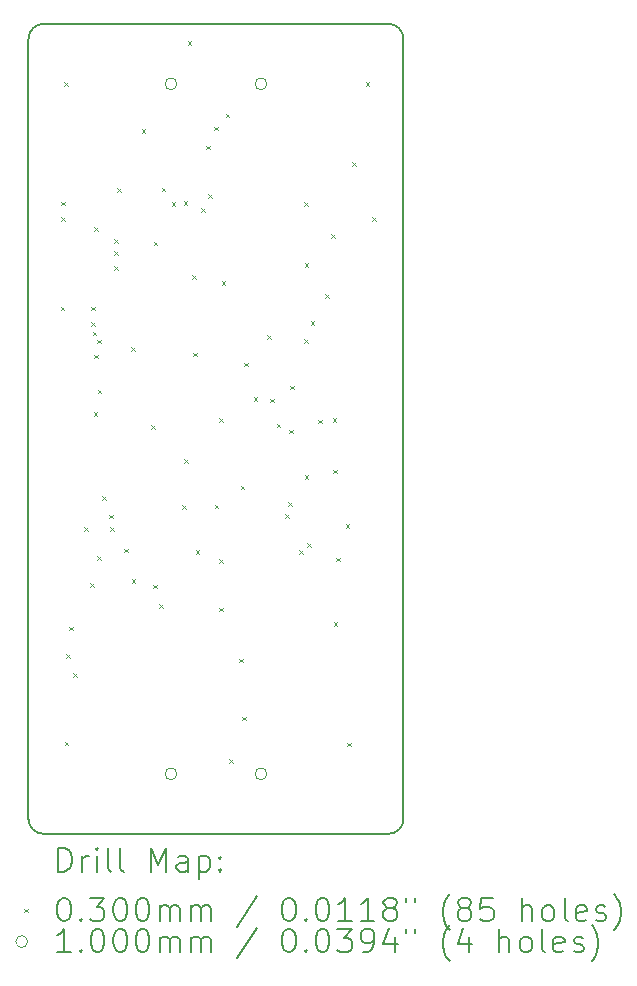
<source format=gbr>
%TF.GenerationSoftware,KiCad,Pcbnew,9.0.6*%
%TF.CreationDate,2025-12-02T20:11:35+09:00*%
%TF.ProjectId,bionic-z180v,62696f6e-6963-42d7-9a31-3830762e6b69,2*%
%TF.SameCoordinates,Original*%
%TF.FileFunction,Drillmap*%
%TF.FilePolarity,Positive*%
%FSLAX45Y45*%
G04 Gerber Fmt 4.5, Leading zero omitted, Abs format (unit mm)*
G04 Created by KiCad (PCBNEW 9.0.6) date 2025-12-02 20:11:35*
%MOMM*%
%LPD*%
G01*
G04 APERTURE LIST*
%ADD10C,0.150000*%
%ADD11C,0.200000*%
%ADD12C,0.100000*%
G04 APERTURE END LIST*
D10*
X9909500Y-13858000D02*
G75*
G02*
X9782500Y-13731000I0J127000D01*
G01*
X12830500Y-7000000D02*
X9909500Y-7000000D01*
X9782500Y-7127000D02*
G75*
G02*
X9909500Y-7000000I127000J0D01*
G01*
X9909500Y-13858000D02*
X12830500Y-13858000D01*
X12830500Y-7000000D02*
G75*
G02*
X12957500Y-7127000I0J-127000D01*
G01*
X12957500Y-13731000D02*
G75*
G02*
X12830500Y-13858000I-127000J0D01*
G01*
X9782500Y-7127000D02*
X9782500Y-13731000D01*
X12957500Y-13731000D02*
X12957500Y-7127000D01*
D11*
D12*
X10057060Y-9395460D02*
X10087060Y-9425460D01*
X10087060Y-9395460D02*
X10057060Y-9425460D01*
X10059600Y-8636000D02*
X10089600Y-8666000D01*
X10089600Y-8636000D02*
X10059600Y-8666000D01*
X10062140Y-8506460D02*
X10092140Y-8536460D01*
X10092140Y-8506460D02*
X10062140Y-8536460D01*
X10087540Y-7493000D02*
X10117540Y-7523000D01*
X10117540Y-7493000D02*
X10087540Y-7523000D01*
X10090080Y-13078460D02*
X10120080Y-13108460D01*
X10120080Y-13078460D02*
X10090080Y-13108460D01*
X10101510Y-12338050D02*
X10131510Y-12368050D01*
X10131510Y-12338050D02*
X10101510Y-12368050D01*
X10127664Y-12106156D02*
X10157664Y-12136156D01*
X10157664Y-12106156D02*
X10127664Y-12136156D01*
X10160447Y-12497553D02*
X10190447Y-12527553D01*
X10190447Y-12497553D02*
X10160447Y-12527553D01*
X10252640Y-11259820D02*
X10282640Y-11289820D01*
X10282640Y-11259820D02*
X10252640Y-11289820D01*
X10305980Y-11734800D02*
X10335980Y-11764800D01*
X10335980Y-11734800D02*
X10305980Y-11764800D01*
X10316140Y-9395460D02*
X10346140Y-9425460D01*
X10346140Y-9395460D02*
X10316140Y-9425460D01*
X10316140Y-9525000D02*
X10346140Y-9555000D01*
X10346140Y-9525000D02*
X10316140Y-9555000D01*
X10325370Y-9605350D02*
X10355370Y-9635350D01*
X10355370Y-9605350D02*
X10325370Y-9635350D01*
X10333920Y-10287000D02*
X10363920Y-10317000D01*
X10363920Y-10287000D02*
X10333920Y-10317000D01*
X10337730Y-9803130D02*
X10367730Y-9833130D01*
X10367730Y-9803130D02*
X10337730Y-9833130D01*
X10340270Y-8723630D02*
X10370270Y-8753630D01*
X10370270Y-8723630D02*
X10340270Y-8753630D01*
X10364538Y-9675106D02*
X10394538Y-9705106D01*
X10394538Y-9675106D02*
X10364538Y-9705106D01*
X10366940Y-11506200D02*
X10396940Y-11536200D01*
X10396940Y-11506200D02*
X10366940Y-11536200D01*
X10369480Y-10096500D02*
X10399480Y-10126500D01*
X10399480Y-10096500D02*
X10369480Y-10126500D01*
X10406000Y-11000740D02*
X10436000Y-11030740D01*
X10436000Y-11000740D02*
X10406000Y-11030740D01*
X10466000Y-11155680D02*
X10496000Y-11185680D01*
X10496000Y-11155680D02*
X10466000Y-11185680D01*
X10473620Y-11259820D02*
X10503620Y-11289820D01*
X10503620Y-11259820D02*
X10473620Y-11289820D01*
X10506640Y-8925560D02*
X10536640Y-8955560D01*
X10536640Y-8925560D02*
X10506640Y-8955560D01*
X10506640Y-9050020D02*
X10536640Y-9080020D01*
X10536640Y-9050020D02*
X10506640Y-9080020D01*
X10509180Y-8823960D02*
X10539180Y-8853960D01*
X10539180Y-8823960D02*
X10509180Y-8853960D01*
X10533000Y-8392160D02*
X10563000Y-8422160D01*
X10563000Y-8392160D02*
X10533000Y-8422160D01*
X10593000Y-11443000D02*
X10623000Y-11473000D01*
X10623000Y-11443000D02*
X10593000Y-11473000D01*
X10653000Y-9735820D02*
X10683000Y-9765820D01*
X10683000Y-9735820D02*
X10653000Y-9765820D01*
X10657017Y-11700200D02*
X10687017Y-11730200D01*
X10687017Y-11700200D02*
X10657017Y-11730200D01*
X10742860Y-7891780D02*
X10772860Y-7921780D01*
X10772860Y-7891780D02*
X10742860Y-7921780D01*
X10824140Y-10398760D02*
X10854140Y-10428760D01*
X10854140Y-10398760D02*
X10824140Y-10428760D01*
X10839897Y-11748016D02*
X10869897Y-11778016D01*
X10869897Y-11748016D02*
X10839897Y-11778016D01*
X10841920Y-8844280D02*
X10871920Y-8874280D01*
X10871920Y-8844280D02*
X10841920Y-8874280D01*
X10887640Y-11912600D02*
X10917640Y-11942600D01*
X10917640Y-11912600D02*
X10887640Y-11942600D01*
X10910500Y-8387080D02*
X10940500Y-8417080D01*
X10940500Y-8387080D02*
X10910500Y-8417080D01*
X10996860Y-8509000D02*
X11026860Y-8539000D01*
X11026860Y-8509000D02*
X10996860Y-8539000D01*
X11083220Y-11076940D02*
X11113220Y-11106940D01*
X11113220Y-11076940D02*
X11083220Y-11106940D01*
X11098460Y-8503920D02*
X11128460Y-8533920D01*
X11128460Y-8503920D02*
X11098460Y-8533920D01*
X11101000Y-10686650D02*
X11131000Y-10716650D01*
X11131000Y-10686650D02*
X11101000Y-10716650D01*
X11131480Y-7145020D02*
X11161480Y-7175020D01*
X11161480Y-7145020D02*
X11131480Y-7175020D01*
X11168934Y-9128114D02*
X11198934Y-9158114D01*
X11198934Y-9128114D02*
X11168934Y-9158114D01*
X11177200Y-9783120D02*
X11207200Y-9813120D01*
X11207200Y-9783120D02*
X11177200Y-9813120D01*
X11197520Y-11457600D02*
X11227520Y-11487600D01*
X11227520Y-11457600D02*
X11197520Y-11487600D01*
X11245733Y-8561354D02*
X11275733Y-8591354D01*
X11275733Y-8561354D02*
X11245733Y-8591354D01*
X11286420Y-8031480D02*
X11316420Y-8061480D01*
X11316420Y-8031480D02*
X11286420Y-8061480D01*
X11305733Y-8441427D02*
X11335733Y-8471427D01*
X11335733Y-8441427D02*
X11305733Y-8471427D01*
X11353730Y-7872730D02*
X11383730Y-7902730D01*
X11383730Y-7872730D02*
X11353730Y-7902730D01*
X11360080Y-11071860D02*
X11390080Y-11101860D01*
X11390080Y-11071860D02*
X11360080Y-11101860D01*
X11395640Y-10340340D02*
X11425640Y-10370340D01*
X11425640Y-10340340D02*
X11395640Y-10370340D01*
X11399440Y-11534140D02*
X11429440Y-11564140D01*
X11429440Y-11534140D02*
X11399440Y-11564140D01*
X11399440Y-11943080D02*
X11429440Y-11973080D01*
X11429440Y-11943080D02*
X11399440Y-11973080D01*
X11420250Y-9177020D02*
X11450250Y-9207020D01*
X11450250Y-9177020D02*
X11420250Y-9207020D01*
X11454060Y-7762240D02*
X11484060Y-7792240D01*
X11484060Y-7762240D02*
X11454060Y-7792240D01*
X11482000Y-13225780D02*
X11512000Y-13255780D01*
X11512000Y-13225780D02*
X11482000Y-13255780D01*
X11565820Y-12374880D02*
X11595820Y-12404880D01*
X11595820Y-12374880D02*
X11565820Y-12404880D01*
X11581060Y-10911840D02*
X11611060Y-10941840D01*
X11611060Y-10911840D02*
X11581060Y-10941840D01*
X11593760Y-12867640D02*
X11623760Y-12897640D01*
X11623760Y-12867640D02*
X11593760Y-12897640D01*
X11609000Y-9870440D02*
X11639000Y-9900440D01*
X11639000Y-9870440D02*
X11609000Y-9900440D01*
X11690280Y-10162540D02*
X11720280Y-10192540D01*
X11720280Y-10162540D02*
X11690280Y-10192540D01*
X11802040Y-9634220D02*
X11832040Y-9664220D01*
X11832040Y-9634220D02*
X11802040Y-9664220D01*
X11828400Y-10172700D02*
X11858400Y-10202700D01*
X11858400Y-10172700D02*
X11828400Y-10202700D01*
X11885293Y-10387000D02*
X11915293Y-10417000D01*
X11915293Y-10387000D02*
X11885293Y-10417000D01*
X11954440Y-11150600D02*
X11984440Y-11180600D01*
X11984440Y-11150600D02*
X11954440Y-11180600D01*
X11981039Y-11049381D02*
X12011039Y-11079381D01*
X12011039Y-11049381D02*
X11981039Y-11079381D01*
X11990000Y-10436860D02*
X12020000Y-10466860D01*
X12020000Y-10436860D02*
X11990000Y-10466860D01*
X11998373Y-10062727D02*
X12028373Y-10092727D01*
X12028373Y-10062727D02*
X11998373Y-10092727D01*
X12076360Y-11455400D02*
X12106360Y-11485400D01*
X12106360Y-11455400D02*
X12076360Y-11485400D01*
X12117000Y-9672320D02*
X12147000Y-9702320D01*
X12147000Y-9672320D02*
X12117000Y-9702320D01*
X12119540Y-8509000D02*
X12149540Y-8539000D01*
X12149540Y-8509000D02*
X12119540Y-8539000D01*
X12122080Y-9027160D02*
X12152080Y-9057160D01*
X12152080Y-9027160D02*
X12122080Y-9057160D01*
X12122080Y-10822940D02*
X12152080Y-10852940D01*
X12152080Y-10822940D02*
X12122080Y-10852940D01*
X12140613Y-11395193D02*
X12170613Y-11425193D01*
X12170613Y-11395193D02*
X12140613Y-11425193D01*
X12173840Y-9517380D02*
X12203840Y-9547380D01*
X12203840Y-9517380D02*
X12173840Y-9547380D01*
X12237000Y-10353040D02*
X12267000Y-10383040D01*
X12267000Y-10353040D02*
X12237000Y-10383040D01*
X12293840Y-9288780D02*
X12323840Y-9318780D01*
X12323840Y-9288780D02*
X12293840Y-9318780D01*
X12348140Y-8780780D02*
X12378140Y-8810780D01*
X12378140Y-8780780D02*
X12348140Y-8810780D01*
X12358300Y-10337800D02*
X12388300Y-10367800D01*
X12388300Y-10337800D02*
X12358300Y-10367800D01*
X12363380Y-10774680D02*
X12393380Y-10804680D01*
X12393380Y-10774680D02*
X12363380Y-10804680D01*
X12368460Y-12065000D02*
X12398460Y-12095000D01*
X12398460Y-12065000D02*
X12368460Y-12095000D01*
X12388780Y-11518900D02*
X12418780Y-11548900D01*
X12418780Y-11518900D02*
X12388780Y-11548900D01*
X12470060Y-11236960D02*
X12500060Y-11266960D01*
X12500060Y-11236960D02*
X12470060Y-11266960D01*
X12480220Y-13086080D02*
X12510220Y-13116080D01*
X12510220Y-13086080D02*
X12480220Y-13116080D01*
X12525940Y-8173720D02*
X12555940Y-8203720D01*
X12555940Y-8173720D02*
X12525940Y-8203720D01*
X12637700Y-7493000D02*
X12667700Y-7523000D01*
X12667700Y-7493000D02*
X12637700Y-7523000D01*
X12691040Y-8636000D02*
X12721040Y-8666000D01*
X12721040Y-8636000D02*
X12691040Y-8666000D01*
X11039000Y-7508000D02*
G75*
G02*
X10939000Y-7508000I-50000J0D01*
G01*
X10939000Y-7508000D02*
G75*
G02*
X11039000Y-7508000I50000J0D01*
G01*
X11039000Y-13350000D02*
G75*
G02*
X10939000Y-13350000I-50000J0D01*
G01*
X10939000Y-13350000D02*
G75*
G02*
X11039000Y-13350000I50000J0D01*
G01*
X11801000Y-7508000D02*
G75*
G02*
X11701000Y-7508000I-50000J0D01*
G01*
X11701000Y-7508000D02*
G75*
G02*
X11801000Y-7508000I50000J0D01*
G01*
X11801000Y-13350000D02*
G75*
G02*
X11701000Y-13350000I-50000J0D01*
G01*
X11701000Y-13350000D02*
G75*
G02*
X11801000Y-13350000I50000J0D01*
G01*
D11*
X10035777Y-14176984D02*
X10035777Y-13976984D01*
X10035777Y-13976984D02*
X10083396Y-13976984D01*
X10083396Y-13976984D02*
X10111967Y-13986508D01*
X10111967Y-13986508D02*
X10131015Y-14005555D01*
X10131015Y-14005555D02*
X10140539Y-14024603D01*
X10140539Y-14024603D02*
X10150063Y-14062698D01*
X10150063Y-14062698D02*
X10150063Y-14091269D01*
X10150063Y-14091269D02*
X10140539Y-14129365D01*
X10140539Y-14129365D02*
X10131015Y-14148412D01*
X10131015Y-14148412D02*
X10111967Y-14167460D01*
X10111967Y-14167460D02*
X10083396Y-14176984D01*
X10083396Y-14176984D02*
X10035777Y-14176984D01*
X10235777Y-14176984D02*
X10235777Y-14043650D01*
X10235777Y-14081746D02*
X10245301Y-14062698D01*
X10245301Y-14062698D02*
X10254824Y-14053174D01*
X10254824Y-14053174D02*
X10273872Y-14043650D01*
X10273872Y-14043650D02*
X10292920Y-14043650D01*
X10359586Y-14176984D02*
X10359586Y-14043650D01*
X10359586Y-13976984D02*
X10350063Y-13986508D01*
X10350063Y-13986508D02*
X10359586Y-13996031D01*
X10359586Y-13996031D02*
X10369110Y-13986508D01*
X10369110Y-13986508D02*
X10359586Y-13976984D01*
X10359586Y-13976984D02*
X10359586Y-13996031D01*
X10483396Y-14176984D02*
X10464348Y-14167460D01*
X10464348Y-14167460D02*
X10454824Y-14148412D01*
X10454824Y-14148412D02*
X10454824Y-13976984D01*
X10588158Y-14176984D02*
X10569110Y-14167460D01*
X10569110Y-14167460D02*
X10559586Y-14148412D01*
X10559586Y-14148412D02*
X10559586Y-13976984D01*
X10816729Y-14176984D02*
X10816729Y-13976984D01*
X10816729Y-13976984D02*
X10883396Y-14119841D01*
X10883396Y-14119841D02*
X10950063Y-13976984D01*
X10950063Y-13976984D02*
X10950063Y-14176984D01*
X11131015Y-14176984D02*
X11131015Y-14072222D01*
X11131015Y-14072222D02*
X11121491Y-14053174D01*
X11121491Y-14053174D02*
X11102444Y-14043650D01*
X11102444Y-14043650D02*
X11064348Y-14043650D01*
X11064348Y-14043650D02*
X11045301Y-14053174D01*
X11131015Y-14167460D02*
X11111967Y-14176984D01*
X11111967Y-14176984D02*
X11064348Y-14176984D01*
X11064348Y-14176984D02*
X11045301Y-14167460D01*
X11045301Y-14167460D02*
X11035777Y-14148412D01*
X11035777Y-14148412D02*
X11035777Y-14129365D01*
X11035777Y-14129365D02*
X11045301Y-14110317D01*
X11045301Y-14110317D02*
X11064348Y-14100793D01*
X11064348Y-14100793D02*
X11111967Y-14100793D01*
X11111967Y-14100793D02*
X11131015Y-14091269D01*
X11226253Y-14043650D02*
X11226253Y-14243650D01*
X11226253Y-14053174D02*
X11245301Y-14043650D01*
X11245301Y-14043650D02*
X11283396Y-14043650D01*
X11283396Y-14043650D02*
X11302443Y-14053174D01*
X11302443Y-14053174D02*
X11311967Y-14062698D01*
X11311967Y-14062698D02*
X11321491Y-14081746D01*
X11321491Y-14081746D02*
X11321491Y-14138888D01*
X11321491Y-14138888D02*
X11311967Y-14157936D01*
X11311967Y-14157936D02*
X11302443Y-14167460D01*
X11302443Y-14167460D02*
X11283396Y-14176984D01*
X11283396Y-14176984D02*
X11245301Y-14176984D01*
X11245301Y-14176984D02*
X11226253Y-14167460D01*
X11407205Y-14157936D02*
X11416729Y-14167460D01*
X11416729Y-14167460D02*
X11407205Y-14176984D01*
X11407205Y-14176984D02*
X11397682Y-14167460D01*
X11397682Y-14167460D02*
X11407205Y-14157936D01*
X11407205Y-14157936D02*
X11407205Y-14176984D01*
X11407205Y-14053174D02*
X11416729Y-14062698D01*
X11416729Y-14062698D02*
X11407205Y-14072222D01*
X11407205Y-14072222D02*
X11397682Y-14062698D01*
X11397682Y-14062698D02*
X11407205Y-14053174D01*
X11407205Y-14053174D02*
X11407205Y-14072222D01*
D12*
X9745000Y-14490500D02*
X9775000Y-14520500D01*
X9775000Y-14490500D02*
X9745000Y-14520500D01*
D11*
X10073872Y-14396984D02*
X10092920Y-14396984D01*
X10092920Y-14396984D02*
X10111967Y-14406508D01*
X10111967Y-14406508D02*
X10121491Y-14416031D01*
X10121491Y-14416031D02*
X10131015Y-14435079D01*
X10131015Y-14435079D02*
X10140539Y-14473174D01*
X10140539Y-14473174D02*
X10140539Y-14520793D01*
X10140539Y-14520793D02*
X10131015Y-14558888D01*
X10131015Y-14558888D02*
X10121491Y-14577936D01*
X10121491Y-14577936D02*
X10111967Y-14587460D01*
X10111967Y-14587460D02*
X10092920Y-14596984D01*
X10092920Y-14596984D02*
X10073872Y-14596984D01*
X10073872Y-14596984D02*
X10054824Y-14587460D01*
X10054824Y-14587460D02*
X10045301Y-14577936D01*
X10045301Y-14577936D02*
X10035777Y-14558888D01*
X10035777Y-14558888D02*
X10026253Y-14520793D01*
X10026253Y-14520793D02*
X10026253Y-14473174D01*
X10026253Y-14473174D02*
X10035777Y-14435079D01*
X10035777Y-14435079D02*
X10045301Y-14416031D01*
X10045301Y-14416031D02*
X10054824Y-14406508D01*
X10054824Y-14406508D02*
X10073872Y-14396984D01*
X10226253Y-14577936D02*
X10235777Y-14587460D01*
X10235777Y-14587460D02*
X10226253Y-14596984D01*
X10226253Y-14596984D02*
X10216729Y-14587460D01*
X10216729Y-14587460D02*
X10226253Y-14577936D01*
X10226253Y-14577936D02*
X10226253Y-14596984D01*
X10302444Y-14396984D02*
X10426253Y-14396984D01*
X10426253Y-14396984D02*
X10359586Y-14473174D01*
X10359586Y-14473174D02*
X10388158Y-14473174D01*
X10388158Y-14473174D02*
X10407205Y-14482698D01*
X10407205Y-14482698D02*
X10416729Y-14492222D01*
X10416729Y-14492222D02*
X10426253Y-14511269D01*
X10426253Y-14511269D02*
X10426253Y-14558888D01*
X10426253Y-14558888D02*
X10416729Y-14577936D01*
X10416729Y-14577936D02*
X10407205Y-14587460D01*
X10407205Y-14587460D02*
X10388158Y-14596984D01*
X10388158Y-14596984D02*
X10331015Y-14596984D01*
X10331015Y-14596984D02*
X10311967Y-14587460D01*
X10311967Y-14587460D02*
X10302444Y-14577936D01*
X10550063Y-14396984D02*
X10569110Y-14396984D01*
X10569110Y-14396984D02*
X10588158Y-14406508D01*
X10588158Y-14406508D02*
X10597682Y-14416031D01*
X10597682Y-14416031D02*
X10607205Y-14435079D01*
X10607205Y-14435079D02*
X10616729Y-14473174D01*
X10616729Y-14473174D02*
X10616729Y-14520793D01*
X10616729Y-14520793D02*
X10607205Y-14558888D01*
X10607205Y-14558888D02*
X10597682Y-14577936D01*
X10597682Y-14577936D02*
X10588158Y-14587460D01*
X10588158Y-14587460D02*
X10569110Y-14596984D01*
X10569110Y-14596984D02*
X10550063Y-14596984D01*
X10550063Y-14596984D02*
X10531015Y-14587460D01*
X10531015Y-14587460D02*
X10521491Y-14577936D01*
X10521491Y-14577936D02*
X10511967Y-14558888D01*
X10511967Y-14558888D02*
X10502444Y-14520793D01*
X10502444Y-14520793D02*
X10502444Y-14473174D01*
X10502444Y-14473174D02*
X10511967Y-14435079D01*
X10511967Y-14435079D02*
X10521491Y-14416031D01*
X10521491Y-14416031D02*
X10531015Y-14406508D01*
X10531015Y-14406508D02*
X10550063Y-14396984D01*
X10740539Y-14396984D02*
X10759586Y-14396984D01*
X10759586Y-14396984D02*
X10778634Y-14406508D01*
X10778634Y-14406508D02*
X10788158Y-14416031D01*
X10788158Y-14416031D02*
X10797682Y-14435079D01*
X10797682Y-14435079D02*
X10807205Y-14473174D01*
X10807205Y-14473174D02*
X10807205Y-14520793D01*
X10807205Y-14520793D02*
X10797682Y-14558888D01*
X10797682Y-14558888D02*
X10788158Y-14577936D01*
X10788158Y-14577936D02*
X10778634Y-14587460D01*
X10778634Y-14587460D02*
X10759586Y-14596984D01*
X10759586Y-14596984D02*
X10740539Y-14596984D01*
X10740539Y-14596984D02*
X10721491Y-14587460D01*
X10721491Y-14587460D02*
X10711967Y-14577936D01*
X10711967Y-14577936D02*
X10702444Y-14558888D01*
X10702444Y-14558888D02*
X10692920Y-14520793D01*
X10692920Y-14520793D02*
X10692920Y-14473174D01*
X10692920Y-14473174D02*
X10702444Y-14435079D01*
X10702444Y-14435079D02*
X10711967Y-14416031D01*
X10711967Y-14416031D02*
X10721491Y-14406508D01*
X10721491Y-14406508D02*
X10740539Y-14396984D01*
X10892920Y-14596984D02*
X10892920Y-14463650D01*
X10892920Y-14482698D02*
X10902444Y-14473174D01*
X10902444Y-14473174D02*
X10921491Y-14463650D01*
X10921491Y-14463650D02*
X10950063Y-14463650D01*
X10950063Y-14463650D02*
X10969110Y-14473174D01*
X10969110Y-14473174D02*
X10978634Y-14492222D01*
X10978634Y-14492222D02*
X10978634Y-14596984D01*
X10978634Y-14492222D02*
X10988158Y-14473174D01*
X10988158Y-14473174D02*
X11007205Y-14463650D01*
X11007205Y-14463650D02*
X11035777Y-14463650D01*
X11035777Y-14463650D02*
X11054825Y-14473174D01*
X11054825Y-14473174D02*
X11064348Y-14492222D01*
X11064348Y-14492222D02*
X11064348Y-14596984D01*
X11159586Y-14596984D02*
X11159586Y-14463650D01*
X11159586Y-14482698D02*
X11169110Y-14473174D01*
X11169110Y-14473174D02*
X11188158Y-14463650D01*
X11188158Y-14463650D02*
X11216729Y-14463650D01*
X11216729Y-14463650D02*
X11235777Y-14473174D01*
X11235777Y-14473174D02*
X11245301Y-14492222D01*
X11245301Y-14492222D02*
X11245301Y-14596984D01*
X11245301Y-14492222D02*
X11254824Y-14473174D01*
X11254824Y-14473174D02*
X11273872Y-14463650D01*
X11273872Y-14463650D02*
X11302443Y-14463650D01*
X11302443Y-14463650D02*
X11321491Y-14473174D01*
X11321491Y-14473174D02*
X11331015Y-14492222D01*
X11331015Y-14492222D02*
X11331015Y-14596984D01*
X11721491Y-14387460D02*
X11550063Y-14644603D01*
X11978634Y-14396984D02*
X11997682Y-14396984D01*
X11997682Y-14396984D02*
X12016729Y-14406508D01*
X12016729Y-14406508D02*
X12026253Y-14416031D01*
X12026253Y-14416031D02*
X12035777Y-14435079D01*
X12035777Y-14435079D02*
X12045301Y-14473174D01*
X12045301Y-14473174D02*
X12045301Y-14520793D01*
X12045301Y-14520793D02*
X12035777Y-14558888D01*
X12035777Y-14558888D02*
X12026253Y-14577936D01*
X12026253Y-14577936D02*
X12016729Y-14587460D01*
X12016729Y-14587460D02*
X11997682Y-14596984D01*
X11997682Y-14596984D02*
X11978634Y-14596984D01*
X11978634Y-14596984D02*
X11959586Y-14587460D01*
X11959586Y-14587460D02*
X11950063Y-14577936D01*
X11950063Y-14577936D02*
X11940539Y-14558888D01*
X11940539Y-14558888D02*
X11931015Y-14520793D01*
X11931015Y-14520793D02*
X11931015Y-14473174D01*
X11931015Y-14473174D02*
X11940539Y-14435079D01*
X11940539Y-14435079D02*
X11950063Y-14416031D01*
X11950063Y-14416031D02*
X11959586Y-14406508D01*
X11959586Y-14406508D02*
X11978634Y-14396984D01*
X12131015Y-14577936D02*
X12140539Y-14587460D01*
X12140539Y-14587460D02*
X12131015Y-14596984D01*
X12131015Y-14596984D02*
X12121491Y-14587460D01*
X12121491Y-14587460D02*
X12131015Y-14577936D01*
X12131015Y-14577936D02*
X12131015Y-14596984D01*
X12264348Y-14396984D02*
X12283396Y-14396984D01*
X12283396Y-14396984D02*
X12302444Y-14406508D01*
X12302444Y-14406508D02*
X12311967Y-14416031D01*
X12311967Y-14416031D02*
X12321491Y-14435079D01*
X12321491Y-14435079D02*
X12331015Y-14473174D01*
X12331015Y-14473174D02*
X12331015Y-14520793D01*
X12331015Y-14520793D02*
X12321491Y-14558888D01*
X12321491Y-14558888D02*
X12311967Y-14577936D01*
X12311967Y-14577936D02*
X12302444Y-14587460D01*
X12302444Y-14587460D02*
X12283396Y-14596984D01*
X12283396Y-14596984D02*
X12264348Y-14596984D01*
X12264348Y-14596984D02*
X12245301Y-14587460D01*
X12245301Y-14587460D02*
X12235777Y-14577936D01*
X12235777Y-14577936D02*
X12226253Y-14558888D01*
X12226253Y-14558888D02*
X12216729Y-14520793D01*
X12216729Y-14520793D02*
X12216729Y-14473174D01*
X12216729Y-14473174D02*
X12226253Y-14435079D01*
X12226253Y-14435079D02*
X12235777Y-14416031D01*
X12235777Y-14416031D02*
X12245301Y-14406508D01*
X12245301Y-14406508D02*
X12264348Y-14396984D01*
X12521491Y-14596984D02*
X12407206Y-14596984D01*
X12464348Y-14596984D02*
X12464348Y-14396984D01*
X12464348Y-14396984D02*
X12445301Y-14425555D01*
X12445301Y-14425555D02*
X12426253Y-14444603D01*
X12426253Y-14444603D02*
X12407206Y-14454127D01*
X12711967Y-14596984D02*
X12597682Y-14596984D01*
X12654825Y-14596984D02*
X12654825Y-14396984D01*
X12654825Y-14396984D02*
X12635777Y-14425555D01*
X12635777Y-14425555D02*
X12616729Y-14444603D01*
X12616729Y-14444603D02*
X12597682Y-14454127D01*
X12826253Y-14482698D02*
X12807206Y-14473174D01*
X12807206Y-14473174D02*
X12797682Y-14463650D01*
X12797682Y-14463650D02*
X12788158Y-14444603D01*
X12788158Y-14444603D02*
X12788158Y-14435079D01*
X12788158Y-14435079D02*
X12797682Y-14416031D01*
X12797682Y-14416031D02*
X12807206Y-14406508D01*
X12807206Y-14406508D02*
X12826253Y-14396984D01*
X12826253Y-14396984D02*
X12864348Y-14396984D01*
X12864348Y-14396984D02*
X12883396Y-14406508D01*
X12883396Y-14406508D02*
X12892920Y-14416031D01*
X12892920Y-14416031D02*
X12902444Y-14435079D01*
X12902444Y-14435079D02*
X12902444Y-14444603D01*
X12902444Y-14444603D02*
X12892920Y-14463650D01*
X12892920Y-14463650D02*
X12883396Y-14473174D01*
X12883396Y-14473174D02*
X12864348Y-14482698D01*
X12864348Y-14482698D02*
X12826253Y-14482698D01*
X12826253Y-14482698D02*
X12807206Y-14492222D01*
X12807206Y-14492222D02*
X12797682Y-14501746D01*
X12797682Y-14501746D02*
X12788158Y-14520793D01*
X12788158Y-14520793D02*
X12788158Y-14558888D01*
X12788158Y-14558888D02*
X12797682Y-14577936D01*
X12797682Y-14577936D02*
X12807206Y-14587460D01*
X12807206Y-14587460D02*
X12826253Y-14596984D01*
X12826253Y-14596984D02*
X12864348Y-14596984D01*
X12864348Y-14596984D02*
X12883396Y-14587460D01*
X12883396Y-14587460D02*
X12892920Y-14577936D01*
X12892920Y-14577936D02*
X12902444Y-14558888D01*
X12902444Y-14558888D02*
X12902444Y-14520793D01*
X12902444Y-14520793D02*
X12892920Y-14501746D01*
X12892920Y-14501746D02*
X12883396Y-14492222D01*
X12883396Y-14492222D02*
X12864348Y-14482698D01*
X12978634Y-14396984D02*
X12978634Y-14435079D01*
X13054825Y-14396984D02*
X13054825Y-14435079D01*
X13350063Y-14673174D02*
X13340539Y-14663650D01*
X13340539Y-14663650D02*
X13321491Y-14635079D01*
X13321491Y-14635079D02*
X13311968Y-14616031D01*
X13311968Y-14616031D02*
X13302444Y-14587460D01*
X13302444Y-14587460D02*
X13292920Y-14539841D01*
X13292920Y-14539841D02*
X13292920Y-14501746D01*
X13292920Y-14501746D02*
X13302444Y-14454127D01*
X13302444Y-14454127D02*
X13311968Y-14425555D01*
X13311968Y-14425555D02*
X13321491Y-14406508D01*
X13321491Y-14406508D02*
X13340539Y-14377936D01*
X13340539Y-14377936D02*
X13350063Y-14368412D01*
X13454825Y-14482698D02*
X13435777Y-14473174D01*
X13435777Y-14473174D02*
X13426253Y-14463650D01*
X13426253Y-14463650D02*
X13416729Y-14444603D01*
X13416729Y-14444603D02*
X13416729Y-14435079D01*
X13416729Y-14435079D02*
X13426253Y-14416031D01*
X13426253Y-14416031D02*
X13435777Y-14406508D01*
X13435777Y-14406508D02*
X13454825Y-14396984D01*
X13454825Y-14396984D02*
X13492920Y-14396984D01*
X13492920Y-14396984D02*
X13511968Y-14406508D01*
X13511968Y-14406508D02*
X13521491Y-14416031D01*
X13521491Y-14416031D02*
X13531015Y-14435079D01*
X13531015Y-14435079D02*
X13531015Y-14444603D01*
X13531015Y-14444603D02*
X13521491Y-14463650D01*
X13521491Y-14463650D02*
X13511968Y-14473174D01*
X13511968Y-14473174D02*
X13492920Y-14482698D01*
X13492920Y-14482698D02*
X13454825Y-14482698D01*
X13454825Y-14482698D02*
X13435777Y-14492222D01*
X13435777Y-14492222D02*
X13426253Y-14501746D01*
X13426253Y-14501746D02*
X13416729Y-14520793D01*
X13416729Y-14520793D02*
X13416729Y-14558888D01*
X13416729Y-14558888D02*
X13426253Y-14577936D01*
X13426253Y-14577936D02*
X13435777Y-14587460D01*
X13435777Y-14587460D02*
X13454825Y-14596984D01*
X13454825Y-14596984D02*
X13492920Y-14596984D01*
X13492920Y-14596984D02*
X13511968Y-14587460D01*
X13511968Y-14587460D02*
X13521491Y-14577936D01*
X13521491Y-14577936D02*
X13531015Y-14558888D01*
X13531015Y-14558888D02*
X13531015Y-14520793D01*
X13531015Y-14520793D02*
X13521491Y-14501746D01*
X13521491Y-14501746D02*
X13511968Y-14492222D01*
X13511968Y-14492222D02*
X13492920Y-14482698D01*
X13711968Y-14396984D02*
X13616729Y-14396984D01*
X13616729Y-14396984D02*
X13607206Y-14492222D01*
X13607206Y-14492222D02*
X13616729Y-14482698D01*
X13616729Y-14482698D02*
X13635777Y-14473174D01*
X13635777Y-14473174D02*
X13683396Y-14473174D01*
X13683396Y-14473174D02*
X13702444Y-14482698D01*
X13702444Y-14482698D02*
X13711968Y-14492222D01*
X13711968Y-14492222D02*
X13721491Y-14511269D01*
X13721491Y-14511269D02*
X13721491Y-14558888D01*
X13721491Y-14558888D02*
X13711968Y-14577936D01*
X13711968Y-14577936D02*
X13702444Y-14587460D01*
X13702444Y-14587460D02*
X13683396Y-14596984D01*
X13683396Y-14596984D02*
X13635777Y-14596984D01*
X13635777Y-14596984D02*
X13616729Y-14587460D01*
X13616729Y-14587460D02*
X13607206Y-14577936D01*
X13959587Y-14596984D02*
X13959587Y-14396984D01*
X14045301Y-14596984D02*
X14045301Y-14492222D01*
X14045301Y-14492222D02*
X14035777Y-14473174D01*
X14035777Y-14473174D02*
X14016730Y-14463650D01*
X14016730Y-14463650D02*
X13988158Y-14463650D01*
X13988158Y-14463650D02*
X13969110Y-14473174D01*
X13969110Y-14473174D02*
X13959587Y-14482698D01*
X14169110Y-14596984D02*
X14150063Y-14587460D01*
X14150063Y-14587460D02*
X14140539Y-14577936D01*
X14140539Y-14577936D02*
X14131015Y-14558888D01*
X14131015Y-14558888D02*
X14131015Y-14501746D01*
X14131015Y-14501746D02*
X14140539Y-14482698D01*
X14140539Y-14482698D02*
X14150063Y-14473174D01*
X14150063Y-14473174D02*
X14169110Y-14463650D01*
X14169110Y-14463650D02*
X14197682Y-14463650D01*
X14197682Y-14463650D02*
X14216730Y-14473174D01*
X14216730Y-14473174D02*
X14226253Y-14482698D01*
X14226253Y-14482698D02*
X14235777Y-14501746D01*
X14235777Y-14501746D02*
X14235777Y-14558888D01*
X14235777Y-14558888D02*
X14226253Y-14577936D01*
X14226253Y-14577936D02*
X14216730Y-14587460D01*
X14216730Y-14587460D02*
X14197682Y-14596984D01*
X14197682Y-14596984D02*
X14169110Y-14596984D01*
X14350063Y-14596984D02*
X14331015Y-14587460D01*
X14331015Y-14587460D02*
X14321491Y-14568412D01*
X14321491Y-14568412D02*
X14321491Y-14396984D01*
X14502444Y-14587460D02*
X14483396Y-14596984D01*
X14483396Y-14596984D02*
X14445301Y-14596984D01*
X14445301Y-14596984D02*
X14426253Y-14587460D01*
X14426253Y-14587460D02*
X14416730Y-14568412D01*
X14416730Y-14568412D02*
X14416730Y-14492222D01*
X14416730Y-14492222D02*
X14426253Y-14473174D01*
X14426253Y-14473174D02*
X14445301Y-14463650D01*
X14445301Y-14463650D02*
X14483396Y-14463650D01*
X14483396Y-14463650D02*
X14502444Y-14473174D01*
X14502444Y-14473174D02*
X14511968Y-14492222D01*
X14511968Y-14492222D02*
X14511968Y-14511269D01*
X14511968Y-14511269D02*
X14416730Y-14530317D01*
X14588158Y-14587460D02*
X14607206Y-14596984D01*
X14607206Y-14596984D02*
X14645301Y-14596984D01*
X14645301Y-14596984D02*
X14664349Y-14587460D01*
X14664349Y-14587460D02*
X14673872Y-14568412D01*
X14673872Y-14568412D02*
X14673872Y-14558888D01*
X14673872Y-14558888D02*
X14664349Y-14539841D01*
X14664349Y-14539841D02*
X14645301Y-14530317D01*
X14645301Y-14530317D02*
X14616730Y-14530317D01*
X14616730Y-14530317D02*
X14597682Y-14520793D01*
X14597682Y-14520793D02*
X14588158Y-14501746D01*
X14588158Y-14501746D02*
X14588158Y-14492222D01*
X14588158Y-14492222D02*
X14597682Y-14473174D01*
X14597682Y-14473174D02*
X14616730Y-14463650D01*
X14616730Y-14463650D02*
X14645301Y-14463650D01*
X14645301Y-14463650D02*
X14664349Y-14473174D01*
X14740539Y-14673174D02*
X14750063Y-14663650D01*
X14750063Y-14663650D02*
X14769111Y-14635079D01*
X14769111Y-14635079D02*
X14778634Y-14616031D01*
X14778634Y-14616031D02*
X14788158Y-14587460D01*
X14788158Y-14587460D02*
X14797682Y-14539841D01*
X14797682Y-14539841D02*
X14797682Y-14501746D01*
X14797682Y-14501746D02*
X14788158Y-14454127D01*
X14788158Y-14454127D02*
X14778634Y-14425555D01*
X14778634Y-14425555D02*
X14769111Y-14406508D01*
X14769111Y-14406508D02*
X14750063Y-14377936D01*
X14750063Y-14377936D02*
X14740539Y-14368412D01*
D12*
X9775000Y-14769500D02*
G75*
G02*
X9675000Y-14769500I-50000J0D01*
G01*
X9675000Y-14769500D02*
G75*
G02*
X9775000Y-14769500I50000J0D01*
G01*
D11*
X10140539Y-14860984D02*
X10026253Y-14860984D01*
X10083396Y-14860984D02*
X10083396Y-14660984D01*
X10083396Y-14660984D02*
X10064348Y-14689555D01*
X10064348Y-14689555D02*
X10045301Y-14708603D01*
X10045301Y-14708603D02*
X10026253Y-14718127D01*
X10226253Y-14841936D02*
X10235777Y-14851460D01*
X10235777Y-14851460D02*
X10226253Y-14860984D01*
X10226253Y-14860984D02*
X10216729Y-14851460D01*
X10216729Y-14851460D02*
X10226253Y-14841936D01*
X10226253Y-14841936D02*
X10226253Y-14860984D01*
X10359586Y-14660984D02*
X10378634Y-14660984D01*
X10378634Y-14660984D02*
X10397682Y-14670508D01*
X10397682Y-14670508D02*
X10407205Y-14680031D01*
X10407205Y-14680031D02*
X10416729Y-14699079D01*
X10416729Y-14699079D02*
X10426253Y-14737174D01*
X10426253Y-14737174D02*
X10426253Y-14784793D01*
X10426253Y-14784793D02*
X10416729Y-14822888D01*
X10416729Y-14822888D02*
X10407205Y-14841936D01*
X10407205Y-14841936D02*
X10397682Y-14851460D01*
X10397682Y-14851460D02*
X10378634Y-14860984D01*
X10378634Y-14860984D02*
X10359586Y-14860984D01*
X10359586Y-14860984D02*
X10340539Y-14851460D01*
X10340539Y-14851460D02*
X10331015Y-14841936D01*
X10331015Y-14841936D02*
X10321491Y-14822888D01*
X10321491Y-14822888D02*
X10311967Y-14784793D01*
X10311967Y-14784793D02*
X10311967Y-14737174D01*
X10311967Y-14737174D02*
X10321491Y-14699079D01*
X10321491Y-14699079D02*
X10331015Y-14680031D01*
X10331015Y-14680031D02*
X10340539Y-14670508D01*
X10340539Y-14670508D02*
X10359586Y-14660984D01*
X10550063Y-14660984D02*
X10569110Y-14660984D01*
X10569110Y-14660984D02*
X10588158Y-14670508D01*
X10588158Y-14670508D02*
X10597682Y-14680031D01*
X10597682Y-14680031D02*
X10607205Y-14699079D01*
X10607205Y-14699079D02*
X10616729Y-14737174D01*
X10616729Y-14737174D02*
X10616729Y-14784793D01*
X10616729Y-14784793D02*
X10607205Y-14822888D01*
X10607205Y-14822888D02*
X10597682Y-14841936D01*
X10597682Y-14841936D02*
X10588158Y-14851460D01*
X10588158Y-14851460D02*
X10569110Y-14860984D01*
X10569110Y-14860984D02*
X10550063Y-14860984D01*
X10550063Y-14860984D02*
X10531015Y-14851460D01*
X10531015Y-14851460D02*
X10521491Y-14841936D01*
X10521491Y-14841936D02*
X10511967Y-14822888D01*
X10511967Y-14822888D02*
X10502444Y-14784793D01*
X10502444Y-14784793D02*
X10502444Y-14737174D01*
X10502444Y-14737174D02*
X10511967Y-14699079D01*
X10511967Y-14699079D02*
X10521491Y-14680031D01*
X10521491Y-14680031D02*
X10531015Y-14670508D01*
X10531015Y-14670508D02*
X10550063Y-14660984D01*
X10740539Y-14660984D02*
X10759586Y-14660984D01*
X10759586Y-14660984D02*
X10778634Y-14670508D01*
X10778634Y-14670508D02*
X10788158Y-14680031D01*
X10788158Y-14680031D02*
X10797682Y-14699079D01*
X10797682Y-14699079D02*
X10807205Y-14737174D01*
X10807205Y-14737174D02*
X10807205Y-14784793D01*
X10807205Y-14784793D02*
X10797682Y-14822888D01*
X10797682Y-14822888D02*
X10788158Y-14841936D01*
X10788158Y-14841936D02*
X10778634Y-14851460D01*
X10778634Y-14851460D02*
X10759586Y-14860984D01*
X10759586Y-14860984D02*
X10740539Y-14860984D01*
X10740539Y-14860984D02*
X10721491Y-14851460D01*
X10721491Y-14851460D02*
X10711967Y-14841936D01*
X10711967Y-14841936D02*
X10702444Y-14822888D01*
X10702444Y-14822888D02*
X10692920Y-14784793D01*
X10692920Y-14784793D02*
X10692920Y-14737174D01*
X10692920Y-14737174D02*
X10702444Y-14699079D01*
X10702444Y-14699079D02*
X10711967Y-14680031D01*
X10711967Y-14680031D02*
X10721491Y-14670508D01*
X10721491Y-14670508D02*
X10740539Y-14660984D01*
X10892920Y-14860984D02*
X10892920Y-14727650D01*
X10892920Y-14746698D02*
X10902444Y-14737174D01*
X10902444Y-14737174D02*
X10921491Y-14727650D01*
X10921491Y-14727650D02*
X10950063Y-14727650D01*
X10950063Y-14727650D02*
X10969110Y-14737174D01*
X10969110Y-14737174D02*
X10978634Y-14756222D01*
X10978634Y-14756222D02*
X10978634Y-14860984D01*
X10978634Y-14756222D02*
X10988158Y-14737174D01*
X10988158Y-14737174D02*
X11007205Y-14727650D01*
X11007205Y-14727650D02*
X11035777Y-14727650D01*
X11035777Y-14727650D02*
X11054825Y-14737174D01*
X11054825Y-14737174D02*
X11064348Y-14756222D01*
X11064348Y-14756222D02*
X11064348Y-14860984D01*
X11159586Y-14860984D02*
X11159586Y-14727650D01*
X11159586Y-14746698D02*
X11169110Y-14737174D01*
X11169110Y-14737174D02*
X11188158Y-14727650D01*
X11188158Y-14727650D02*
X11216729Y-14727650D01*
X11216729Y-14727650D02*
X11235777Y-14737174D01*
X11235777Y-14737174D02*
X11245301Y-14756222D01*
X11245301Y-14756222D02*
X11245301Y-14860984D01*
X11245301Y-14756222D02*
X11254824Y-14737174D01*
X11254824Y-14737174D02*
X11273872Y-14727650D01*
X11273872Y-14727650D02*
X11302443Y-14727650D01*
X11302443Y-14727650D02*
X11321491Y-14737174D01*
X11321491Y-14737174D02*
X11331015Y-14756222D01*
X11331015Y-14756222D02*
X11331015Y-14860984D01*
X11721491Y-14651460D02*
X11550063Y-14908603D01*
X11978634Y-14660984D02*
X11997682Y-14660984D01*
X11997682Y-14660984D02*
X12016729Y-14670508D01*
X12016729Y-14670508D02*
X12026253Y-14680031D01*
X12026253Y-14680031D02*
X12035777Y-14699079D01*
X12035777Y-14699079D02*
X12045301Y-14737174D01*
X12045301Y-14737174D02*
X12045301Y-14784793D01*
X12045301Y-14784793D02*
X12035777Y-14822888D01*
X12035777Y-14822888D02*
X12026253Y-14841936D01*
X12026253Y-14841936D02*
X12016729Y-14851460D01*
X12016729Y-14851460D02*
X11997682Y-14860984D01*
X11997682Y-14860984D02*
X11978634Y-14860984D01*
X11978634Y-14860984D02*
X11959586Y-14851460D01*
X11959586Y-14851460D02*
X11950063Y-14841936D01*
X11950063Y-14841936D02*
X11940539Y-14822888D01*
X11940539Y-14822888D02*
X11931015Y-14784793D01*
X11931015Y-14784793D02*
X11931015Y-14737174D01*
X11931015Y-14737174D02*
X11940539Y-14699079D01*
X11940539Y-14699079D02*
X11950063Y-14680031D01*
X11950063Y-14680031D02*
X11959586Y-14670508D01*
X11959586Y-14670508D02*
X11978634Y-14660984D01*
X12131015Y-14841936D02*
X12140539Y-14851460D01*
X12140539Y-14851460D02*
X12131015Y-14860984D01*
X12131015Y-14860984D02*
X12121491Y-14851460D01*
X12121491Y-14851460D02*
X12131015Y-14841936D01*
X12131015Y-14841936D02*
X12131015Y-14860984D01*
X12264348Y-14660984D02*
X12283396Y-14660984D01*
X12283396Y-14660984D02*
X12302444Y-14670508D01*
X12302444Y-14670508D02*
X12311967Y-14680031D01*
X12311967Y-14680031D02*
X12321491Y-14699079D01*
X12321491Y-14699079D02*
X12331015Y-14737174D01*
X12331015Y-14737174D02*
X12331015Y-14784793D01*
X12331015Y-14784793D02*
X12321491Y-14822888D01*
X12321491Y-14822888D02*
X12311967Y-14841936D01*
X12311967Y-14841936D02*
X12302444Y-14851460D01*
X12302444Y-14851460D02*
X12283396Y-14860984D01*
X12283396Y-14860984D02*
X12264348Y-14860984D01*
X12264348Y-14860984D02*
X12245301Y-14851460D01*
X12245301Y-14851460D02*
X12235777Y-14841936D01*
X12235777Y-14841936D02*
X12226253Y-14822888D01*
X12226253Y-14822888D02*
X12216729Y-14784793D01*
X12216729Y-14784793D02*
X12216729Y-14737174D01*
X12216729Y-14737174D02*
X12226253Y-14699079D01*
X12226253Y-14699079D02*
X12235777Y-14680031D01*
X12235777Y-14680031D02*
X12245301Y-14670508D01*
X12245301Y-14670508D02*
X12264348Y-14660984D01*
X12397682Y-14660984D02*
X12521491Y-14660984D01*
X12521491Y-14660984D02*
X12454825Y-14737174D01*
X12454825Y-14737174D02*
X12483396Y-14737174D01*
X12483396Y-14737174D02*
X12502444Y-14746698D01*
X12502444Y-14746698D02*
X12511967Y-14756222D01*
X12511967Y-14756222D02*
X12521491Y-14775269D01*
X12521491Y-14775269D02*
X12521491Y-14822888D01*
X12521491Y-14822888D02*
X12511967Y-14841936D01*
X12511967Y-14841936D02*
X12502444Y-14851460D01*
X12502444Y-14851460D02*
X12483396Y-14860984D01*
X12483396Y-14860984D02*
X12426253Y-14860984D01*
X12426253Y-14860984D02*
X12407206Y-14851460D01*
X12407206Y-14851460D02*
X12397682Y-14841936D01*
X12616729Y-14860984D02*
X12654825Y-14860984D01*
X12654825Y-14860984D02*
X12673872Y-14851460D01*
X12673872Y-14851460D02*
X12683396Y-14841936D01*
X12683396Y-14841936D02*
X12702444Y-14813365D01*
X12702444Y-14813365D02*
X12711967Y-14775269D01*
X12711967Y-14775269D02*
X12711967Y-14699079D01*
X12711967Y-14699079D02*
X12702444Y-14680031D01*
X12702444Y-14680031D02*
X12692920Y-14670508D01*
X12692920Y-14670508D02*
X12673872Y-14660984D01*
X12673872Y-14660984D02*
X12635777Y-14660984D01*
X12635777Y-14660984D02*
X12616729Y-14670508D01*
X12616729Y-14670508D02*
X12607206Y-14680031D01*
X12607206Y-14680031D02*
X12597682Y-14699079D01*
X12597682Y-14699079D02*
X12597682Y-14746698D01*
X12597682Y-14746698D02*
X12607206Y-14765746D01*
X12607206Y-14765746D02*
X12616729Y-14775269D01*
X12616729Y-14775269D02*
X12635777Y-14784793D01*
X12635777Y-14784793D02*
X12673872Y-14784793D01*
X12673872Y-14784793D02*
X12692920Y-14775269D01*
X12692920Y-14775269D02*
X12702444Y-14765746D01*
X12702444Y-14765746D02*
X12711967Y-14746698D01*
X12883396Y-14727650D02*
X12883396Y-14860984D01*
X12835777Y-14651460D02*
X12788158Y-14794317D01*
X12788158Y-14794317D02*
X12911967Y-14794317D01*
X12978634Y-14660984D02*
X12978634Y-14699079D01*
X13054825Y-14660984D02*
X13054825Y-14699079D01*
X13350063Y-14937174D02*
X13340539Y-14927650D01*
X13340539Y-14927650D02*
X13321491Y-14899079D01*
X13321491Y-14899079D02*
X13311968Y-14880031D01*
X13311968Y-14880031D02*
X13302444Y-14851460D01*
X13302444Y-14851460D02*
X13292920Y-14803841D01*
X13292920Y-14803841D02*
X13292920Y-14765746D01*
X13292920Y-14765746D02*
X13302444Y-14718127D01*
X13302444Y-14718127D02*
X13311968Y-14689555D01*
X13311968Y-14689555D02*
X13321491Y-14670508D01*
X13321491Y-14670508D02*
X13340539Y-14641936D01*
X13340539Y-14641936D02*
X13350063Y-14632412D01*
X13511968Y-14727650D02*
X13511968Y-14860984D01*
X13464348Y-14651460D02*
X13416729Y-14794317D01*
X13416729Y-14794317D02*
X13540539Y-14794317D01*
X13769110Y-14860984D02*
X13769110Y-14660984D01*
X13854825Y-14860984D02*
X13854825Y-14756222D01*
X13854825Y-14756222D02*
X13845301Y-14737174D01*
X13845301Y-14737174D02*
X13826253Y-14727650D01*
X13826253Y-14727650D02*
X13797682Y-14727650D01*
X13797682Y-14727650D02*
X13778634Y-14737174D01*
X13778634Y-14737174D02*
X13769110Y-14746698D01*
X13978634Y-14860984D02*
X13959587Y-14851460D01*
X13959587Y-14851460D02*
X13950063Y-14841936D01*
X13950063Y-14841936D02*
X13940539Y-14822888D01*
X13940539Y-14822888D02*
X13940539Y-14765746D01*
X13940539Y-14765746D02*
X13950063Y-14746698D01*
X13950063Y-14746698D02*
X13959587Y-14737174D01*
X13959587Y-14737174D02*
X13978634Y-14727650D01*
X13978634Y-14727650D02*
X14007206Y-14727650D01*
X14007206Y-14727650D02*
X14026253Y-14737174D01*
X14026253Y-14737174D02*
X14035777Y-14746698D01*
X14035777Y-14746698D02*
X14045301Y-14765746D01*
X14045301Y-14765746D02*
X14045301Y-14822888D01*
X14045301Y-14822888D02*
X14035777Y-14841936D01*
X14035777Y-14841936D02*
X14026253Y-14851460D01*
X14026253Y-14851460D02*
X14007206Y-14860984D01*
X14007206Y-14860984D02*
X13978634Y-14860984D01*
X14159587Y-14860984D02*
X14140539Y-14851460D01*
X14140539Y-14851460D02*
X14131015Y-14832412D01*
X14131015Y-14832412D02*
X14131015Y-14660984D01*
X14311968Y-14851460D02*
X14292920Y-14860984D01*
X14292920Y-14860984D02*
X14254825Y-14860984D01*
X14254825Y-14860984D02*
X14235777Y-14851460D01*
X14235777Y-14851460D02*
X14226253Y-14832412D01*
X14226253Y-14832412D02*
X14226253Y-14756222D01*
X14226253Y-14756222D02*
X14235777Y-14737174D01*
X14235777Y-14737174D02*
X14254825Y-14727650D01*
X14254825Y-14727650D02*
X14292920Y-14727650D01*
X14292920Y-14727650D02*
X14311968Y-14737174D01*
X14311968Y-14737174D02*
X14321491Y-14756222D01*
X14321491Y-14756222D02*
X14321491Y-14775269D01*
X14321491Y-14775269D02*
X14226253Y-14794317D01*
X14397682Y-14851460D02*
X14416730Y-14860984D01*
X14416730Y-14860984D02*
X14454825Y-14860984D01*
X14454825Y-14860984D02*
X14473872Y-14851460D01*
X14473872Y-14851460D02*
X14483396Y-14832412D01*
X14483396Y-14832412D02*
X14483396Y-14822888D01*
X14483396Y-14822888D02*
X14473872Y-14803841D01*
X14473872Y-14803841D02*
X14454825Y-14794317D01*
X14454825Y-14794317D02*
X14426253Y-14794317D01*
X14426253Y-14794317D02*
X14407206Y-14784793D01*
X14407206Y-14784793D02*
X14397682Y-14765746D01*
X14397682Y-14765746D02*
X14397682Y-14756222D01*
X14397682Y-14756222D02*
X14407206Y-14737174D01*
X14407206Y-14737174D02*
X14426253Y-14727650D01*
X14426253Y-14727650D02*
X14454825Y-14727650D01*
X14454825Y-14727650D02*
X14473872Y-14737174D01*
X14550063Y-14937174D02*
X14559587Y-14927650D01*
X14559587Y-14927650D02*
X14578634Y-14899079D01*
X14578634Y-14899079D02*
X14588158Y-14880031D01*
X14588158Y-14880031D02*
X14597682Y-14851460D01*
X14597682Y-14851460D02*
X14607206Y-14803841D01*
X14607206Y-14803841D02*
X14607206Y-14765746D01*
X14607206Y-14765746D02*
X14597682Y-14718127D01*
X14597682Y-14718127D02*
X14588158Y-14689555D01*
X14588158Y-14689555D02*
X14578634Y-14670508D01*
X14578634Y-14670508D02*
X14559587Y-14641936D01*
X14559587Y-14641936D02*
X14550063Y-14632412D01*
M02*

</source>
